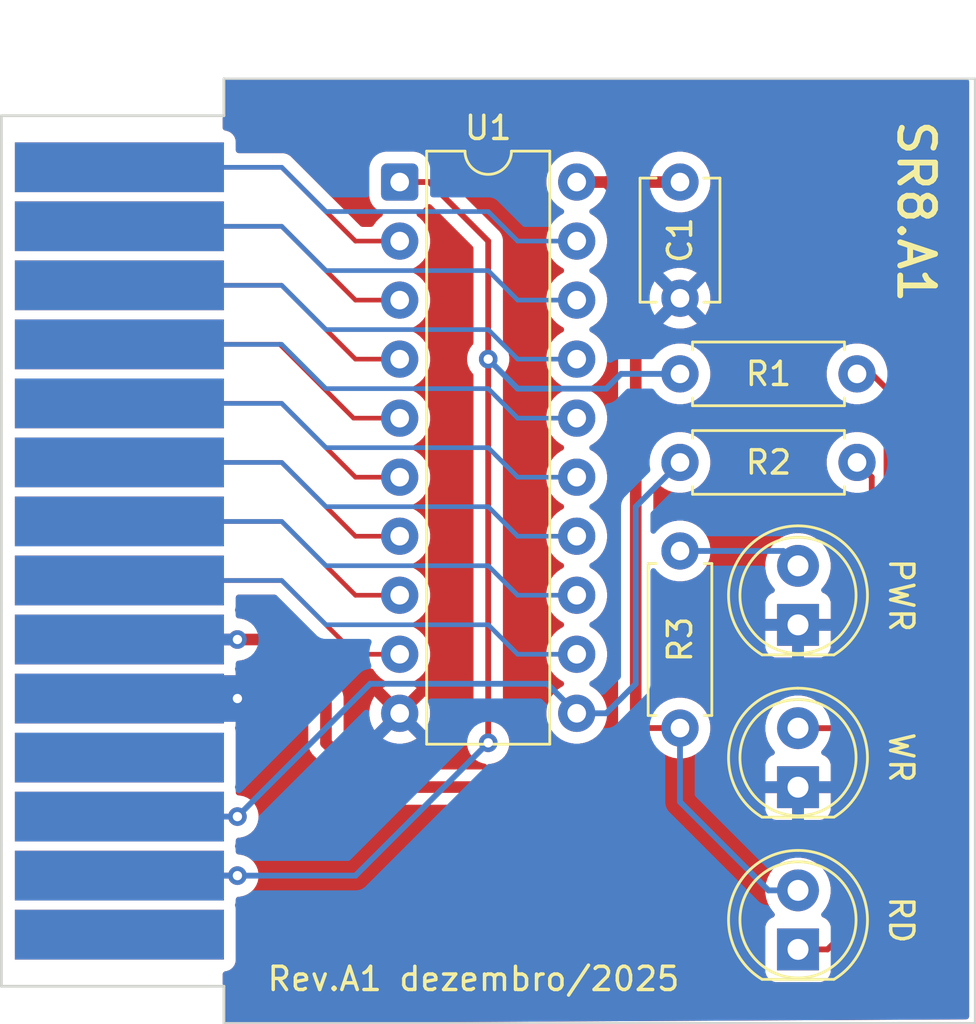
<source format=kicad_pcb>
(kicad_pcb (version 20241229) (generator "pcbnew") (generator_version "9.0")
  (layers (0 "F.Cu" signal) (2 "B.Cu" signal) (13 "F.Paste" user) (15 "B.Paste" user) (5 "F.SilkS" user "F.Silkscreen") (7 "B.SilkS" user "B.Silkscreen") (1 "F.Mask" user) (3 "B.Mask" user) (25 "Edge.Cuts" user))
  (net 0 "")
  (net 1 "+5V")
  (net 2 "GND")
  (net 3 "write")
  (net 4 "~{read}")
  (net 5 "data_in_0")
  (net 6 "data_in_1")
  (net 7 "data_in_2")
  (net 8 "data_in_3")
  (net 9 "data_in_4")
  (net 10 "data_in_5")
  (net 11 "data_in_6")
  (net 12 "data_in_7")
  (net 13 "data_out_0")
  (net 14 "data_out_1")
  (net 15 "data_out_2")
  (net 16 "data_out_3")
  (net 17 "data_out_4")
  (net 18 "data_out_5")
  (net 19 "data_out_6")
  (net 20 "data_out_7")
  (net 21 "Net-(D3-A)")
  (net 26 "Net-(D2-A)")
  (net 27 "Net-(D1-K)")
  (footprint "Resistor_THT:R_Axial_DIN0207_L6.3mm_D2.5mm_P7.62mm_Horizontal" (layer "F.Cu") (at 111.76 66.675)
    (property "Reference" "R2" (at 3.81 0 0) (layer "F.SilkS"))
    (property "Value" "1K")
    (fp_line (start 0.54 -1.37) (end 7.08 -1.37) (stroke (width 0.12)) (layer "F.SilkS"))
    (fp_line (start 0.54 -1.04) (end 0.54 -1.37) (stroke (width 0.12)) (layer "F.SilkS"))
    (fp_line (start 0.54 1.04) (end 0.54 1.37) (stroke (width 0.12)) (layer "F.SilkS"))
    (fp_line (start 0.54 1.37) (end 7.08 1.37) (stroke (width 0.12)) (layer "F.SilkS"))
    (fp_line (start 7.08 -1.37) (end 7.08 -1.04) (stroke (width 0.12)) (layer "F.SilkS"))
    (fp_line (start 7.08 1.37) (end 7.08 1.04) (stroke (width 0.12)) (layer "F.SilkS"))
    (pad "1" thru_hole circle (at 0 0) (size 1.6 1.6) (drill 0.8) (layers "*.Cu" "*.Mask") (net 3 "write"))
    (pad "2" thru_hole circle (at 7.62 0) (size 1.6 1.6) (drill 0.8) (layers "*.Cu" "*.Mask") (net 26 "Net-(D2-A)"))
  )
  (footprint "Resistor_THT:R_Axial_DIN0207_L6.3mm_D2.5mm_P7.62mm_Horizontal" (layer "F.Cu") (at 111.76 62.865)
    (property "Reference" "R1" (at 3.81 0 0) (layer "F.SilkS"))
    (property "Value" "1K")
    (fp_line (start 0.54 -1.37) (end 7.08 -1.37) (stroke (width 0.12)) (layer "F.SilkS"))
    (fp_line (start 0.54 -1.04) (end 0.54 -1.37) (stroke (width 0.12)) (layer "F.SilkS"))
    (fp_line (start 0.54 1.04) (end 0.54 1.37) (stroke (width 0.12)) (layer "F.SilkS"))
    (fp_line (start 0.54 1.37) (end 7.08 1.37) (stroke (width 0.12)) (layer "F.SilkS"))
    (fp_line (start 7.08 -1.37) (end 7.08 -1.04) (stroke (width 0.12)) (layer "F.SilkS"))
    (fp_line (start 7.08 1.37) (end 7.08 1.04) (stroke (width 0.12)) (layer "F.SilkS"))
    (pad "1" thru_hole circle (at 0 0) (size 1.6 1.6) (drill 0.8) (layers "*.Cu" "*.Mask") (net 4 "~{read}"))
    (pad "2" thru_hole circle (at 7.62 0) (size 1.6 1.6) (drill 0.8) (layers "*.Cu" "*.Mask") (net 27 "Net-(D1-K)"))
  )
  (footprint "Package_DIP:DIP-20_W7.62mm" (layer "F.Cu") (at 99.695 54.61)
    (property "Reference" "U1" (at 3.81 -2.33 0) (layer "F.SilkS"))
    (property "Value" "74LS574")
    (fp_line (start 1.16 -1.33) (end 1.16 24.19) (stroke (width 0.12)) (layer "F.SilkS"))
    (fp_line (start 1.16 24.19) (end 6.46 24.19) (stroke (width 0.12)) (layer "F.SilkS"))
    (fp_line (start 2.81 -1.33) (end 1.16 -1.33) (stroke (width 0.12)) (layer "F.SilkS"))
    (fp_line (start 6.46 -1.33) (end 4.81 -1.33) (stroke (width 0.12)) (layer "F.SilkS"))
    (fp_line (start 6.46 24.19) (end 6.46 -1.33) (stroke (width 0.12)) (layer "F.SilkS"))
    (fp_arc (start 4.81 -1.33) (mid 3.81 -0.33) (end 2.81 -1.33) (stroke (width 0.12)) (layer "F.SilkS"))
    (pad "1" thru_hole roundrect (at 0 0) (size 1.6 1.6) (drill 0.8) (layers "*.Cu" "*.Mask") (roundrect_rratio 0.15625) (net 4 "~{read}"))
    (pad "2" thru_hole circle (at 0 2.54) (size 1.6 1.6) (drill 0.8) (layers "*.Cu" "*.Mask") (net 5 "data_in_0"))
    (pad "3" thru_hole circle (at 0 5.08) (size 1.6 1.6) (drill 0.8) (layers "*.Cu" "*.Mask") (net 6 "data_in_1"))
    (pad "4" thru_hole circle (at 0 7.62) (size 1.6 1.6) (drill 0.8) (layers "*.Cu" "*.Mask") (net 7 "data_in_2"))
    (pad "5" thru_hole circle (at 0 10.16) (size 1.6 1.6) (drill 0.8) (layers "*.Cu" "*.Mask") (net 8 "data_in_3"))
    (pad "6" thru_hole circle (at 0 12.7) (size 1.6 1.6) (drill 0.8) (layers "*.Cu" "*.Mask") (net 9 "data_in_4"))
    (pad "7" thru_hole circle (at 0 15.24) (size 1.6 1.6) (drill 0.8) (layers "*.Cu" "*.Mask") (net 10 "data_in_5"))
    (pad "8" thru_hole circle (at 0 17.78) (size 1.6 1.6) (drill 0.8) (layers "*.Cu" "*.Mask") (net 11 "data_in_6"))
    (pad "9" thru_hole circle (at 0 20.32) (size 1.6 1.6) (drill 0.8) (layers "*.Cu" "*.Mask") (net 12 "data_in_7"))
    (pad "10" thru_hole circle (at 0 22.86) (size 1.6 1.6) (drill 0.8) (layers "*.Cu" "*.Mask") (net 2 "GND"))
    (pad "11" thru_hole circle (at 7.62 22.86) (size 1.6 1.6) (drill 0.8) (layers "*.Cu" "*.Mask") (net 3 "write"))
    (pad "12" thru_hole circle (at 7.62 20.32) (size 1.6 1.6) (drill 0.8) (layers "*.Cu" "*.Mask") (net 20 "data_out_7"))
    (pad "13" thru_hole circle (at 7.62 17.78) (size 1.6 1.6) (drill 0.8) (layers "*.Cu" "*.Mask") (net 19 "data_out_6"))
    (pad "14" thru_hole circle (at 7.62 15.24) (size 1.6 1.6) (drill 0.8) (layers "*.Cu" "*.Mask") (net 18 "data_out_5"))
    (pad "15" thru_hole circle (at 7.62 12.7) (size 1.6 1.6) (drill 0.8) (layers "*.Cu" "*.Mask") (net 17 "data_out_4"))
    (pad "16" thru_hole circle (at 7.62 10.16) (size 1.6 1.6) (drill 0.8) (layers "*.Cu" "*.Mask") (net 16 "data_out_3"))
    (pad "17" thru_hole circle (at 7.62 7.62) (size 1.6 1.6) (drill 0.8) (layers "*.Cu" "*.Mask") (net 15 "data_out_2"))
    (pad "18" thru_hole circle (at 7.62 5.08) (size 1.6 1.6) (drill 0.8) (layers "*.Cu" "*.Mask") (net 14 "data_out_1"))
    (pad "19" thru_hole circle (at 7.62 2.54) (size 1.6 1.6) (drill 0.8) (layers "*.Cu" "*.Mask") (net 13 "data_out_0"))
    (pad "20" thru_hole circle (at 7.62 0) (size 1.6 1.6) (drill 0.8) (layers "*.Cu" "*.Mask") (net 1 "+5V"))
  )
  (footprint "Resistor_THT:R_Axial_DIN0207_L6.3mm_D2.5mm_P7.62mm_Horizontal" (layer "F.Cu") (at 111.76 70.485 -90)
    (property "Reference" "R3" (at 3.81 0 90) (layer "F.SilkS"))
    (property "Value" "1K")
    (fp_line (start 0.54 1.37) (end 7.08 1.37) (stroke (width 0.12)) (layer "F.SilkS"))
    (fp_line (start 7.08 1.37) (end 7.08 1.04) (stroke (width 0.12)) (layer "F.SilkS"))
    (fp_line (start 0.54 1.04) (end 0.54 1.37) (stroke (width 0.12)) (layer "F.SilkS"))
    (fp_line (start 0.54 -1.04) (end 0.54 -1.37) (stroke (width 0.12)) (layer "F.SilkS"))
    (fp_line (start 0.54 -1.37) (end 7.08 -1.37) (stroke (width 0.12)) (layer "F.SilkS"))
    (fp_line (start 7.08 -1.37) (end 7.08 -1.04) (stroke (width 0.12)) (layer "F.SilkS"))
    (pad "1" thru_hole circle (at 0 0 270) (size 1.6 1.6) (drill 0.8) (layers "*.Cu" "*.Mask") (net 21 "Net-(D3-A)"))
    (pad "2" thru_hole circle (at 7.62 0 270) (size 1.6 1.6) (drill 0.8) (layers "*.Cu" "*.Mask") (net 1 "+5V"))
  )
  (footprint "LED_THT:LED_D5.0mm" (layer "F.Cu") (at 116.84 73.665 90)
    (property "Reference" "D3" (hide yes))
    (property "Value" "LED")
    (fp_line (start -1.29 -1.545) (end -1.29 1.545) (stroke (width 0.12)) (layer "F.SilkS"))
    (fp_arc (start -1.29 -1.54483) (mid 2.071779 -2.880495) (end 4.26 0) (stroke (width 0.12)) (layer "F.SilkS"))
    (fp_arc (start 4.26 0) (mid 2.071779 2.880495) (end -1.29 1.54483) (stroke (width 0.12)) (layer "F.SilkS"))
    (fp_circle (center 1.27 0) (end 3.77 0) (stroke (width 0.12)) (fill no) (layer "F.SilkS"))
    (pad "1" thru_hole rect (at 0 0 90) (size 1.8 1.8) (drill 0.9) (layers "*.Cu" "*.Mask") (net 2 "GND"))
    (pad "2" thru_hole circle (at 2.54 0 90) (size 1.8 1.8) (drill 0.9) (layers "*.Cu" "*.Mask") (net 21 "Net-(D3-A)"))
  )
  (footprint "Capacitor_THT:C_Disc_D5.1mm_W3.2mm_P5.00mm" (layer "F.Cu") (at 111.76 54.61 -90)
    (property "Reference" "C1" (at 2.5 0 90) (layer "F.SilkS"))
    (property "Value" "100nF")
    (fp_line (start -0.17 1.72) (end -0.17 1.026) (stroke (width 0.12)) (layer "F.SilkS"))
    (fp_line (start 5.17 1.72) (end -0.17 1.72) (stroke (width 0.12)) (layer "F.SilkS"))
    (fp_line (start 5.17 1.026) (end 5.17 1.72) (stroke (width 0.12)) (layer "F.SilkS"))
    (fp_line (start -0.17 -1.026) (end -0.17 -1.72) (stroke (width 0.12)) (layer "F.SilkS"))
    (fp_line (start -0.17 -1.72) (end 5.17 -1.72) (stroke (width 0.12)) (layer "F.SilkS"))
    (fp_line (start 5.17 -1.72) (end 5.17 -1.026) (stroke (width 0.12)) (layer "F.SilkS"))
    (pad "1" thru_hole circle (at 0 0 270) (size 1.6 1.6) (drill 0.8) (layers "*.Cu" "*.Mask") (net 1 "+5V"))
    (pad "2" thru_hole circle (at 5 0 270) (size 1.6 1.6) (drill 0.8) (layers "*.Cu" "*.Mask") (net 2 "GND"))
  )
  (footprint "edge_connector:edge-conector-14" (layer "F.Cu") (at 87.63 53.975)
    (property "Reference" "J1" (hide yes))
    (property "Value" "local_bus")
    (fp_line (start -5.08 -2.22) (end 4.5 -2.22) (stroke (width 0.12)) (layer "Edge.Cuts"))
    (fp_line (start -5.08 35.24) (end -5.08 -2.22) (stroke (width 0.12)) (layer "Edge.Cuts"))
    (fp_line (start -5.08 35.24) (end 4.5 35.24) (stroke (width 0.12)) (layer "Edge.Cuts"))
    (fp_line (start 4.5 -2.22) (end 4.5 -3.81) (stroke (width 0.12)) (layer "Edge.Cuts"))
    (fp_line (start 4.5 35.24) (end 4.5 36.83) (stroke (width 0.12)) (layer "Edge.Cuts"))
    (pad "1" connect rect (at 0 0) (size 9 2.14) (layers "F.Cu" "F.Mask") (net 5 "data_in_0"))
    (pad "2" connect rect (at 0 2.54) (size 9 2.14) (layers "F.Cu" "F.Mask") (net 6 "data_in_1"))
    (pad "3" connect rect (at 0 5.08) (size 9 2.14) (layers "F.Cu" "F.Mask") (net 7 "data_in_2"))
    (pad "4" connect rect (at 0 7.62) (size 9 2.14) (layers "F.Cu" "F.Mask") (net 8 "data_in_3"))
    (pad "5" connect rect (at 0 10.16) (size 9 2.14) (layers "F.Cu" "F.Mask") (net 9 "data_in_4"))
    (pad "6" connect rect (at 0 12.7) (size 9 2.14) (layers "F.Cu" "F.Mask") (net 10 "data_in_5"))
    (pad "7" connect rect (at 0 15.24) (size 9 2.14) (layers "F.Cu" "F.Mask") (net 11 "data_in_6"))
    (pad "8" connect rect (at 0 17.78) (size 9 2.14) (layers "F.Cu" "F.Mask") (net 12 "data_in_7"))
    (pad "9" connect rect (at 0 20.32) (size 9 2.14) (layers "F.Cu" "F.Mask") (net 1 "+5V"))
    (pad "10" connect rect (at 0 22.86) (size 9 2.14) (layers "F.Cu" "F.Mask") (net 2 "GND"))
    (pad "11" connect rect (at 0 25.4) (size 9 2.14) (layers "F.Cu" "F.Mask"))
    (pad "12" connect rect (at 0 27.94) (size 9 2.14) (layers "F.Cu" "F.Mask") (net 3 "write"))
    (pad "13" connect rect (at 0 30.48) (size 9 2.14) (layers "F.Cu" "F.Mask") (net 4 "~{read}"))
    (pad "14" connect rect (at 0 33.02) (size 9 2.14) (layers "F.Cu" "F.Mask"))
    (pad "15" connect rect (at 0 0) (size 9 2.14) (layers "B.Cu" "B.Mask") (net 13 "data_out_0"))
    (pad "16" connect rect (at 0 2.54) (size 9 2.14) (layers "B.Cu" "B.Mask") (net 14 "data_out_1"))
    (pad "17" connect rect (at 0 5.08) (size 9 2.14) (layers "B.Cu" "B.Mask") (net 15 "data_out_2"))
    (pad "18" connect rect (at 0 7.62) (size 9 2.14) (layers "B.Cu" "B.Mask") (net 16 "data_out_3"))
    (pad "19" connect rect (at 0 10.16) (size 9 2.14) (layers "B.Cu" "B.Mask") (net 17 "data_out_4"))
    (pad "20" connect rect (at 0 12.7) (size 9 2.14) (layers "B.Cu" "B.Mask") (net 18 "data_out_5"))
    (pad "21" connect rect (at 0 15.24) (size 9 2.14) (layers "B.Cu" "B.Mask") (net 19 "data_out_6"))
    (pad "22" connect rect (at 0 17.78) (size 9 2.14) (layers "B.Cu" "B.Mask") (net 20 "data_out_7"))
    (pad "23" connect rect (at 0 20.32) (size 9 2.14) (layers "B.Cu" "B.Mask") (net 1 "+5V"))
    (pad "24" connect rect (at 0 22.86) (size 9 2.14) (layers "B.Cu" "B.Mask") (net 2 "GND"))
    (pad "25" connect rect (at 0 25.4) (size 9 2.14) (layers "B.Cu" "B.Mask"))
    (pad "26" connect rect (at 0 27.94) (size 9 2.14) (layers "B.Cu" "B.Mask") (net 3 "write"))
    (pad "27" connect rect (at 0 30.48) (size 9 2.14) (layers "B.Cu" "B.Mask") (net 4 "~{read}"))
    (pad "28" connect rect (at 0 33.02) (size 9 2.14) (layers "B.Cu" "B.Mask"))
  )
  (footprint "LED_THT:LED_D5.0mm" (layer "F.Cu") (at 116.84 80.65 90)
    (property "Reference" "D2" (hide yes))
    (property "Value" "LED")
    (fp_line (start -1.29 -1.545) (end -1.29 1.545) (stroke (width 0.12)) (layer "F.SilkS"))
    (fp_arc (start -1.29 -1.54483) (mid 2.071779 -2.880495) (end 4.26 0) (stroke (width 0.12)) (layer "F.SilkS"))
    (fp_arc (start 4.26 0) (mid 2.071779 2.880495) (end -1.29 1.54483) (stroke (width 0.12)) (layer "F.SilkS"))
    (fp_circle (center 1.27 0) (end 3.77 0) (stroke (width 0.12)) (fill no) (layer "F.SilkS"))
    (pad "1" thru_hole rect (at 0 0 90) (size 1.8 1.8) (drill 0.9) (layers "*.Cu" "*.Mask") (net 2 "GND"))
    (pad "2" thru_hole circle (at 2.54 0 90) (size 1.8 1.8) (drill 0.9) (layers "*.Cu" "*.Mask") (net 26 "Net-(D2-A)"))
  )
  (footprint "LED_THT:LED_D5.0mm" (layer "F.Cu") (at 116.84 87.63 90)
    (property "Reference" "D1" (hide yes))
    (property "Value" "LED")
    (fp_line (start -1.29 -1.545) (end -1.29 1.545) (stroke (width 0.12)) (layer "F.SilkS"))
    (fp_arc (start -1.29 -1.54483) (mid 2.071779 -2.880495) (end 4.26 0) (stroke (width 0.12)) (layer "F.SilkS"))
    (fp_arc (start 4.26 0) (mid 2.071779 2.880495) (end -1.29 1.54483) (stroke (width 0.12)) (layer "F.SilkS"))
    (fp_circle (center 1.27 0) (end 3.77 0) (stroke (width 0.12)) (fill no) (layer "F.SilkS"))
    (pad "1" thru_hole rect (at 0 0 90) (size 1.8 1.8) (drill 0.9) (layers "*.Cu" "*.Mask") (net 27 "Net-(D1-K)"))
    (pad "2" thru_hole circle (at 2.54 0 90) (size 1.8 1.8) (drill 0.9) (layers "*.Cu" "*.Mask") (net 1 "+5V"))
  )
  (gr_line (start 124.46 50.165) (end 124.46 90.805) (stroke (width 0.1)) (layer "Edge.Cuts"))
  (gr_line (start 124.46 90.805) (end 92.13 90.805) (stroke (width 0.1)) (layer "Edge.Cuts"))
  (gr_line (start 92.13 50.165) (end 124.46 50.165) (stroke (width 0.1)) (layer "Edge.Cuts"))
  (gr_text "WR" (at 121.285 79.375 270) (layer "F.SilkS") (effects (font (size 1 1))))
  (gr_text "Rev.A1 dezembro/2025" (at 102.87 88.9 0) (layer "F.SilkS") (effects (font (size 1 1))))
  (gr_text "SR8.A1" (at 121.92 55.88 270) (layer "F.SilkS") (effects (font (size 1.5 1.5) (thickness 0.25))))
  (gr_text "RD" (at 121.285 86.36 270) (layer "F.SilkS") (effects (font (size 1 1))))
  (gr_text "PWR" (at 121.285 72.39 270) (layer "F.SilkS") (effects (font (size 1 1))))
  (segment (start 108.585 54.61) (end 111.76 54.61) (width 0.5) (layer "F.Cu") (net 1))
  (segment (start 108.585 54.61) (end 107.315 54.61) (width 0.5) (layer "F.Cu") (net 1))
  (segment (start 87.63 74.295) (end 93.98 74.295) (width 0.5) (layer "F.Cu") (net 1))
  (segment (start 109.855 78.74) (end 109.855 78.105) (width 0.5) (layer "F.Cu") (net 1))
  (segment (start 96.52 76.835) (end 96.52 78.74) (width 0.5) (layer "F.Cu") (net 1))
  (segment (start 96.52 78.74) (end 98.425 80.645) (width 0.5) (layer "F.Cu") (net 1))
  (segment (start 111.76 78.105) (end 109.855 78.105) (width 0.25) (layer "F.Cu") (net 1))
  (segment (start 109.855 55.88) (end 108.585 54.61) (width 0.5) (layer "F.Cu") (net 1))
  (segment (start 93.98 74.295) (end 96.52 76.835) (width 0.5) (layer "F.Cu") (net 1))
  (segment (start 109.855 78.105) (end 109.855 55.88) (width 0.5) (layer "F.Cu") (net 1))
  (segment (start 107.95 80.645) (end 109.855 78.74) (width 0.5) (layer "F.Cu") (net 1))
  (segment (start 98.425 80.645) (end 107.95 80.645) (width 0.5) (layer "F.Cu") (net 1))
  (via (at 92.71 74.295) (size 0.8) (drill 0.4) (layers "F.Cu" "B.Cu") (net 1))
  (segment (start 115.57 85.09) (end 111.76 81.28) (width 0.25) (layer "B.Cu") (net 1))
  (segment (start 87.63 74.295) (end 92.71 74.295) (width 0.5) (layer "B.Cu") (net 1))
  (segment (start 116.84 85.09) (end 115.57 85.09) (width 0.25) (layer "B.Cu") (net 1))
  (segment (start 111.76 81.28) (end 111.76 78.105) (width 0.25) (layer "B.Cu") (net 1))
  (segment (start 87.63 76.835) (end 92.71 76.835) (width 2) (layer "F.Cu") (net 2))
  (via (at 92.71 76.835) (size 0.8) (drill 0.4) (layers "F.Cu" "B.Cu") (net 2))
  (segment (start 87.63 76.835) (end 92.71 76.835) (width 2) (layer "B.Cu") (net 2))
  (segment (start 87.63 81.915) (end 92.71 81.915) (width 0.25) (layer "F.Cu") (net 3))
  (via (at 92.71 81.915) (size 0.8) (drill 0.4) (layers "F.Cu" "B.Cu") (net 3))
  (segment (start 106.045 76.2) (end 107.315 77.47) (width 0.25) (layer "B.Cu") (net 3))
  (segment (start 98.425 76.2) (end 106.045 76.2) (width 0.25) (layer "B.Cu") (net 3))
  (segment (start 109.855 68.58) (end 109.855 76.2) (width 0.25) (layer "B.Cu") (net 3))
  (segment (start 109.855 76.2) (end 108.585 77.47) (width 0.25) (layer "B.Cu") (net 3))
  (segment (start 92.71 81.915) (end 98.425 76.2) (width 0.25) (layer "B.Cu") (net 3))
  (segment (start 111.76 66.675) (end 109.855 68.58) (width 0.25) (layer "B.Cu") (net 3))
  (segment (start 108.585 77.47) (end 107.315 77.47) (width 0.25) (layer "B.Cu") (net 3))
  (segment (start 87.63 81.915) (end 92.71 81.915) (width 0.25) (layer "B.Cu") (net 3))
  (segment (start 103.505 78.74) (end 103.505 57.15) (width 0.25) (layer "F.Cu") (net 4))
  (segment (start 103.505 57.15) (end 100.965 54.61) (width 0.25) (layer "F.Cu") (net 4))
  (segment (start 100.965 54.61) (end 99.695 54.61) (width 0.25) (layer "F.Cu") (net 4))
  (segment (start 87.63 84.455) (end 92.71 84.455) (width 0.25) (layer "F.Cu") (net 4))
  (via (at 103.505 78.74) (size 0.8) (drill 0.4) (layers "F.Cu" "B.Cu") (net 4))
  (via (at 103.505 62.23) (size 0.8) (drill 0.4) (layers "F.Cu" "B.Cu") (net 4))
  (via (at 92.71 84.455) (size 0.8) (drill 0.4) (layers "F.Cu" "B.Cu") (net 4))
  (segment (start 104.775 63.5) (end 108.585 63.5) (width 0.25) (layer "B.Cu") (net 4))
  (segment (start 97.79 84.455) (end 87.63 84.455) (width 0.25) (layer "B.Cu") (net 4))
  (segment (start 109.22 62.865) (end 111.76 62.865) (width 0.25) (layer "B.Cu") (net 4))
  (segment (start 108.585 63.5) (end 109.22 62.865) (width 0.25) (layer "B.Cu") (net 4))
  (segment (start 103.505 62.23) (end 104.775 63.5) (width 0.25) (layer "B.Cu") (net 4))
  (segment (start 103.505 78.74) (end 97.79 84.455) (width 0.25) (layer "B.Cu") (net 4))
  (segment (start 94.615 53.975) (end 87.63 53.975) (width 0.2) (layer "F.Cu") (net 5))
  (segment (start 99.695 57.15) (end 97.79 57.15) (width 0.2) (layer "F.Cu") (net 5))
  (segment (start 97.79 57.15) (end 94.615 53.975) (width 0.2) (layer "F.Cu") (net 5))
  (segment (start 94.615 56.515) (end 87.63 56.515) (width 0.2) (layer "F.Cu") (net 6))
  (segment (start 97.79 59.69) (end 94.615 56.515) (width 0.2) (layer "F.Cu") (net 6))
  (segment (start 99.695 59.69) (end 97.79 59.69) (width 0.2) (layer "F.Cu") (net 6))
  (segment (start 97.79 62.23) (end 94.615 59.055) (width 0.2) (layer "F.Cu") (net 7))
  (segment (start 94.615 59.055) (end 87.63 59.055) (width 0.2) (layer "F.Cu") (net 7))
  (segment (start 99.695 62.23) (end 97.79 62.23) (width 0.2) (layer "F.Cu") (net 7))
  (segment (start 99.695 64.77) (end 97.710625 64.77) (width 0.2) (layer "F.Cu") (net 8))
  (segment (start 97.710625 64.77) (end 94.535625 61.595) (width 0.2) (layer "F.Cu") (net 8))
  (segment (start 94.535625 61.595) (end 87.63 61.595) (width 0.2) (layer "F.Cu") (net 8))
  (segment (start 99.695 67.31) (end 97.79 67.31) (width 0.2) (layer "F.Cu") (net 9))
  (segment (start 94.615 64.135) (end 87.63 64.135) (width 0.2) (layer "F.Cu") (net 9))
  (segment (start 97.79 67.31) (end 94.615 64.135) (width 0.2) (layer "F.Cu") (net 9))
  (segment (start 99.695 69.85) (end 97.79 69.85) (width 0.2) (layer "F.Cu") (net 10))
  (segment (start 97.79 69.85) (end 94.615 66.675) (width 0.2) (layer "F.Cu") (net 10))
  (segment (start 94.615 66.675) (end 87.63 66.675) (width 0.2) (layer "F.Cu") (net 10))
  (segment (start 99.695 72.39) (end 97.79 72.39) (width 0.2) (layer "F.Cu") (net 11))
  (segment (start 94.615 69.215) (end 87.63 69.215) (width 0.2) (layer "F.Cu") (net 11))
  (segment (start 97.79 72.39) (end 94.615 69.215) (width 0.2) (layer "F.Cu") (net 11))
  (segment (start 97.79 74.93) (end 94.615 71.755) (width 0.2) (layer "F.Cu") (net 12))
  (segment (start 94.615 71.755) (end 87.63 71.755) (width 0.2) (layer "F.Cu") (net 12))
  (segment (start 99.695 74.93) (end 97.79 74.93) (width 0.2) (layer "F.Cu") (net 12))
  (segment (start 104.775 57.15) (end 103.505 55.88) (width 0.2) (layer "B.Cu") (net 13))
  (segment (start 103.505 55.88) (end 96.52 55.88) (width 0.2) (layer "B.Cu") (net 13))
  (segment (start 96.52 55.88) (end 94.615 53.975) (width 0.2) (layer "B.Cu") (net 13))
  (segment (start 107.315 57.15) (end 104.775 57.15) (width 0.2) (layer "B.Cu") (net 13))
  (segment (start 94.615 53.975) (end 87.63 53.975) (width 0.2) (layer "B.Cu") (net 13))
  (segment (start 94.615 56.515) (end 87.63 56.515) (width 0.2) (layer "B.Cu") (net 14))
  (segment (start 103.505 58.42) (end 96.52 58.42) (width 0.2) (layer "B.Cu") (net 14))
  (segment (start 96.52 58.42) (end 94.615 56.515) (width 0.2) (layer "B.Cu") (net 14))
  (segment (start 107.315 59.69) (end 104.775 59.69) (width 0.2) (layer "B.Cu") (net 14))
  (segment (start 104.775 59.69) (end 103.505 58.42) (width 0.2) (layer "B.Cu") (net 14))
  (segment (start 94.615 59.055) (end 87.63 59.055) (width 0.2) (layer "B.Cu") (net 15))
  (segment (start 96.52 60.96) (end 94.615 59.055) (width 0.2) (layer "B.Cu") (net 15))
  (segment (start 107.315 62.23) (end 104.775 62.23) (width 0.2) (layer "B.Cu") (net 15))
  (segment (start 103.505 60.96) (end 96.52 60.96) (width 0.2) (layer "B.Cu") (net 15))
  (segment (start 104.775 62.23) (end 103.505 60.96) (width 0.2) (layer "B.Cu") (net 15))
  (segment (start 94.615 61.595) (end 87.63 61.595) (width 0.2) (layer "B.Cu") (net 16))
  (segment (start 107.315 64.77) (end 104.775 64.77) (width 0.2) (layer "B.Cu") (net 16))
  (segment (start 103.505 63.5) (end 96.52 63.5) (width 0.2) (layer "B.Cu") (net 16))
  (segment (start 96.52 63.5) (end 94.615 61.595) (width 0.2) (layer "B.Cu") (net 16))
  (segment (start 104.775 64.77) (end 103.505 63.5) (width 0.2) (layer "B.Cu") (net 16))
  (segment (start 103.505 66.04) (end 96.52 66.04) (width 0.2) (layer "B.Cu") (net 17))
  (segment (start 96.52 66.04) (end 94.615 64.135) (width 0.2) (layer "B.Cu") (net 17))
  (segment (start 107.315 67.31) (end 104.775 67.31) (width 0.2) (layer "B.Cu") (net 17))
  (segment (start 104.775 67.31) (end 103.505 66.04) (width 0.2) (layer "B.Cu") (net 17))
  (segment (start 94.615 64.135) (end 87.63 64.135) (width 0.2) (layer "B.Cu") (net 17))
  (segment (start 94.615 66.675) (end 87.63 66.675) (width 0.2) (layer "B.Cu") (net 18))
  (segment (start 96.52 68.58) (end 94.615 66.675) (width 0.2) (layer "B.Cu") (net 18))
  (segment (start 104.775 69.85) (end 103.505 68.58) (width 0.2) (layer "B.Cu") (net 18))
  (segment (start 103.505 68.58) (end 96.52 68.58) (width 0.2) (layer "B.Cu") (net 18))
  (segment (start 107.315 69.85) (end 104.775 69.85) (width 0.2) (layer "B.Cu") (net 18))
  (segment (start 107.315 72.39) (end 104.775 72.39) (width 0.2) (layer "B.Cu") (net 19))
  (segment (start 94.615 69.215) (end 87.63 69.215) (width 0.2) (layer "B.Cu") (net 19))
  (segment (start 104.775 72.39) (end 103.505 71.12) (width 0.2) (layer "B.Cu") (net 19))
  (segment (start 96.52 71.12) (end 94.615 69.215) (width 0.2) (layer "B.Cu") (net 19))
  (segment (start 103.505 71.12) (end 96.52 71.12) (width 0.2) (layer "B.Cu") (net 19))
  (segment (start 104.775 74.93) (end 103.505 73.66) (width 0.2) (layer "B.Cu") (net 20))
  (segment (start 107.315 74.93) (end 104.775 74.93) (width 0.2) (layer "B.Cu") (net 20))
  (segment (start 96.52 73.66) (end 94.615 71.755) (width 0.2) (layer "B.Cu") (net 20))
  (segment (start 103.505 73.66) (end 96.52 73.66) (width 0.2) (layer "B.Cu") (net 20))
  (segment (start 94.615 71.755) (end 87.63 71.755) (width 0.2) (layer "B.Cu") (net 20))
  (segment (start 111.76 70.485) (end 116.205 70.485) (width 0.25) (layer "B.Cu") (net 21))
  (segment (start 116.205 70.485) (end 116.84 71.12) (width 0.25) (layer "B.Cu") (net 21))
  (segment (start 119.38 66.675) (end 120.015 67.31) (width 0.25) (layer "F.Cu") (net 26))
  (segment (start 120.015 67.31) (end 120.015 76.835) (width 0.25) (layer "F.Cu") (net 26))
  (segment (start 118.74 78.11) (end 120.015 76.835) (width 0.25) (layer "F.Cu") (net 26))
  (segment (start 116.84 78.11) (end 118.74 78.11) (width 0.25) (layer "F.Cu") (net 26))
  (segment (start 120.65 85.09) (end 118.11 87.63) (width 0.25) (layer "F.Cu") (net 27))
  (segment (start 119.38 62.865) (end 120.015 62.865) (width 0.25) (layer "F.Cu") (net 27))
  (segment (start 118.11 87.63) (end 116.84 87.63) (width 0.25) (layer "F.Cu") (net 27))
  (segment (start 120.015 62.865) (end 120.65 63.5) (width 0.25) (layer "F.Cu") (net 27))
  (segment (start 120.65 63.5) (end 120.65 85.09) (width 0.25) (layer "F.Cu") (net 27))
  (zone (net 2) (net_name "GND") (layer "F.Cu") (connect_pads (clearance 0.508)) (min_thickness 0.254) (fill yes (thermal_gap 0.508) (thermal_bridge_width 0.508))
    (polygon (pts (xy 124.204488 90.63938) (xy 92.075 90.804982) (xy 92.075 50.165) (xy 124.199752 50.165)))
  )
  (zone (net 2) (net_name "GND") (layer "B.Cu") (connect_pads (clearance 0.508)) (min_thickness 0.254) (fill yes (thermal_gap 0.508) (thermal_bridge_width 0.508))
    (polygon (pts (xy 124.206 90.639369) (xy 92.075 90.805) (xy 92.075 50.165) (xy 124.206 50.165)))
  )
)
</source>
